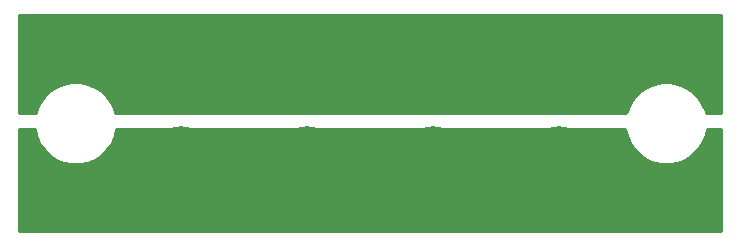
<source format=gbr>
%TF.GenerationSoftware,KiCad,Pcbnew,5.1.9-73d0e3b20d~88~ubuntu20.04.1*%
%TF.CreationDate,2021-01-03T13:42:43+01:00*%
%TF.ProjectId,XT60_panel,58543630-5f70-4616-9e65-6c2e6b696361,rev?*%
%TF.SameCoordinates,Original*%
%TF.FileFunction,Copper,L2,Bot*%
%TF.FilePolarity,Positive*%
%FSLAX46Y46*%
G04 Gerber Fmt 4.6, Leading zero omitted, Abs format (unit mm)*
G04 Created by KiCad (PCBNEW 5.1.9-73d0e3b20d~88~ubuntu20.04.1) date 2021-01-03 13:42:43*
%MOMM*%
%LPD*%
G01*
G04 APERTURE LIST*
%TA.AperFunction,ComponentPad*%
%ADD10C,6.250000*%
%TD*%
%TA.AperFunction,ViaPad*%
%ADD11C,0.800000*%
%TD*%
%TA.AperFunction,Conductor*%
%ADD12C,0.254000*%
%TD*%
%TA.AperFunction,Conductor*%
%ADD13C,0.100000*%
%TD*%
G04 APERTURE END LIST*
%TO.P,J1,1*%
%TO.N,Net-(J1-Pad1)*%
%TA.AperFunction,ComponentPad*%
G36*
G01*
X88678000Y-73200000D02*
X92678000Y-73200000D01*
G75*
G02*
X94178000Y-74700000I0J-1500000D01*
G01*
X94178000Y-77700000D01*
G75*
G02*
X92678000Y-79200000I-1500000J0D01*
G01*
X88678000Y-79200000D01*
G75*
G02*
X87178000Y-77700000I0J1500000D01*
G01*
X87178000Y-74700000D01*
G75*
G02*
X88678000Y-73200000I1500000J0D01*
G01*
G37*
%TD.AperFunction*%
D10*
%TO.P,J1,2*%
%TO.N,Net-(J1-Pad2)*%
X90678000Y-83400000D03*
%TD*%
%TO.P,J2,2*%
%TO.N,Net-(J1-Pad2)*%
X101346000Y-83400000D03*
%TO.P,J2,1*%
%TO.N,Net-(J1-Pad1)*%
%TA.AperFunction,ComponentPad*%
G36*
G01*
X99346000Y-73200000D02*
X103346000Y-73200000D01*
G75*
G02*
X104846000Y-74700000I0J-1500000D01*
G01*
X104846000Y-77700000D01*
G75*
G02*
X103346000Y-79200000I-1500000J0D01*
G01*
X99346000Y-79200000D01*
G75*
G02*
X97846000Y-77700000I0J1500000D01*
G01*
X97846000Y-74700000D01*
G75*
G02*
X99346000Y-73200000I1500000J0D01*
G01*
G37*
%TD.AperFunction*%
%TD*%
%TO.P,J3,1*%
%TO.N,Net-(J1-Pad1)*%
%TA.AperFunction,ComponentPad*%
G36*
G01*
X110014000Y-73200000D02*
X114014000Y-73200000D01*
G75*
G02*
X115514000Y-74700000I0J-1500000D01*
G01*
X115514000Y-77700000D01*
G75*
G02*
X114014000Y-79200000I-1500000J0D01*
G01*
X110014000Y-79200000D01*
G75*
G02*
X108514000Y-77700000I0J1500000D01*
G01*
X108514000Y-74700000D01*
G75*
G02*
X110014000Y-73200000I1500000J0D01*
G01*
G37*
%TD.AperFunction*%
%TO.P,J3,2*%
%TO.N,Net-(J1-Pad2)*%
X112014000Y-83400000D03*
%TD*%
%TO.P,J4,2*%
%TO.N,Net-(J1-Pad2)*%
X122682000Y-83400000D03*
%TO.P,J4,1*%
%TO.N,Net-(J1-Pad1)*%
%TA.AperFunction,ComponentPad*%
G36*
G01*
X120682000Y-73200000D02*
X124682000Y-73200000D01*
G75*
G02*
X126182000Y-74700000I0J-1500000D01*
G01*
X126182000Y-77700000D01*
G75*
G02*
X124682000Y-79200000I-1500000J0D01*
G01*
X120682000Y-79200000D01*
G75*
G02*
X119182000Y-77700000I0J1500000D01*
G01*
X119182000Y-74700000D01*
G75*
G02*
X120682000Y-73200000I1500000J0D01*
G01*
G37*
%TD.AperFunction*%
%TD*%
D11*
%TO.N,Net-(J1-Pad1)*%
X77978000Y-71755000D03*
X79248000Y-71755000D03*
X80518000Y-71755000D03*
X81788000Y-71755000D03*
X83058000Y-71755000D03*
X84328000Y-71755000D03*
X85598000Y-71755000D03*
X86868000Y-71755000D03*
X88138000Y-71755000D03*
X89408000Y-71755000D03*
X90678000Y-71755000D03*
X91948000Y-71755000D03*
X93218000Y-71755000D03*
X94488000Y-71755000D03*
X95758000Y-71755000D03*
X97028000Y-71755000D03*
X98298000Y-71755000D03*
X99568000Y-71755000D03*
X100838000Y-71755000D03*
X102108000Y-71755000D03*
X103378000Y-71755000D03*
X104648000Y-71755000D03*
X105918000Y-71755000D03*
X107188000Y-71755000D03*
X108458000Y-71755000D03*
X109728000Y-71755000D03*
X110998000Y-71755000D03*
X112268000Y-71755000D03*
X113538000Y-71755000D03*
X114808000Y-71755000D03*
X116078000Y-71755000D03*
X117348000Y-71755000D03*
X118618000Y-71755000D03*
X119888000Y-71755000D03*
X121158000Y-71755000D03*
X122428000Y-71755000D03*
X123698000Y-71755000D03*
X124968000Y-71755000D03*
X126238000Y-71755000D03*
X127508000Y-71755000D03*
X128778000Y-71755000D03*
X130048000Y-71755000D03*
X131318000Y-71755000D03*
X132588000Y-71755000D03*
X133858000Y-71755000D03*
X135128000Y-71755000D03*
%TO.N,Net-(J1-Pad2)*%
X98298000Y-88011000D03*
X85598000Y-88011000D03*
X118618000Y-88011000D03*
X112268000Y-88011000D03*
X86868000Y-88011000D03*
X127508000Y-88011000D03*
X131318000Y-88011000D03*
X100838000Y-88011000D03*
X89408000Y-88011000D03*
X93218000Y-88011000D03*
X128778000Y-88011000D03*
X102108000Y-88011000D03*
X132588000Y-88011000D03*
X109728000Y-88011000D03*
X97028000Y-88011000D03*
X108458000Y-88011000D03*
X104648000Y-88011000D03*
X126238000Y-88011000D03*
X88138000Y-88011000D03*
X81788000Y-88011000D03*
X103378000Y-88011000D03*
X114808000Y-88011000D03*
X94488000Y-88011000D03*
X105918000Y-88011000D03*
X124968000Y-88011000D03*
X117348000Y-88011000D03*
X80518000Y-88011000D03*
X116078000Y-88011000D03*
X113538000Y-88011000D03*
X123698000Y-88011000D03*
X90678000Y-88011000D03*
X91948000Y-88011000D03*
X133858000Y-88011000D03*
X99568000Y-88011000D03*
X95758000Y-88011000D03*
X119888000Y-88011000D03*
X122428000Y-88011000D03*
X77978000Y-88011000D03*
X107188000Y-88011000D03*
X83058000Y-88011000D03*
X79248000Y-88011000D03*
X130048000Y-88011000D03*
X135128000Y-88011000D03*
X121158000Y-88011000D03*
X84328000Y-88011000D03*
X110998000Y-88011000D03*
%TO.N,Net-(J1-Pad1)*%
X77978000Y-73660000D03*
X79248000Y-73660000D03*
X80518000Y-73660000D03*
X81788000Y-73660000D03*
X83058000Y-73660000D03*
X84328000Y-73660000D03*
X135128000Y-73660000D03*
X133858000Y-73660000D03*
X132588000Y-73660000D03*
X131318000Y-73660000D03*
X130048000Y-73660000D03*
X128778000Y-73660000D03*
X96012000Y-78105000D03*
X96012000Y-76835000D03*
X96012000Y-75565000D03*
X96012000Y-74295000D03*
X106680000Y-78105000D03*
X106680000Y-76835000D03*
X106680000Y-75565000D03*
X106680000Y-74295000D03*
X117348000Y-78105000D03*
X117348000Y-76835000D03*
X117348000Y-75565000D03*
X117348000Y-74295000D03*
X77978000Y-75438000D03*
X79248000Y-75438000D03*
X80518000Y-75438000D03*
X81788000Y-75438000D03*
X83058000Y-75438000D03*
X84328000Y-75438000D03*
X128778000Y-75438000D03*
X130048000Y-75438000D03*
X131318000Y-75438000D03*
X132588000Y-75438000D03*
X133858000Y-75438000D03*
X135128000Y-75438000D03*
%TO.N,Net-(J1-Pad2)*%
X77978000Y-86360000D03*
X79248000Y-86360000D03*
X80518000Y-86360000D03*
X81788000Y-86360000D03*
X83058000Y-86360000D03*
X84328000Y-86360000D03*
X135128000Y-86360000D03*
X133858000Y-86360000D03*
X132588000Y-86360000D03*
X131318000Y-86360000D03*
X130048000Y-86360000D03*
X128778000Y-86360000D03*
X96012000Y-81788000D03*
X96012000Y-83058000D03*
X96012000Y-84328000D03*
X96012000Y-85598000D03*
X106680000Y-81788000D03*
X106680000Y-83058000D03*
X106680000Y-84328000D03*
X106680000Y-85598000D03*
X117348000Y-81788000D03*
X117348000Y-83058000D03*
X117348000Y-84328000D03*
X117348000Y-85598000D03*
X77978000Y-84582000D03*
X79248000Y-84582000D03*
X80518000Y-84582000D03*
X81788000Y-84582000D03*
X83058000Y-84582000D03*
X84328000Y-84582000D03*
X128778000Y-84582000D03*
X130048000Y-84582000D03*
X131318000Y-84582000D03*
X132588000Y-84582000D03*
X133858000Y-84582000D03*
X135128000Y-84582000D03*
%TD*%
D12*
%TO.N,Net-(J1-Pad1)*%
X136373001Y-79121000D02*
X135126286Y-79121000D01*
X135101381Y-78995796D01*
X134839278Y-78363023D01*
X134458762Y-77793542D01*
X133974458Y-77309238D01*
X133404977Y-76928722D01*
X132772204Y-76666619D01*
X132100455Y-76533000D01*
X131415545Y-76533000D01*
X130743796Y-76666619D01*
X130111023Y-76928722D01*
X129541542Y-77309238D01*
X129057238Y-77793542D01*
X128676722Y-78363023D01*
X128414619Y-78995796D01*
X128389714Y-79121000D01*
X85126286Y-79121000D01*
X85101381Y-78995796D01*
X84839278Y-78363023D01*
X84458762Y-77793542D01*
X83974458Y-77309238D01*
X83404977Y-76928722D01*
X82772204Y-76666619D01*
X82100455Y-76533000D01*
X81415545Y-76533000D01*
X80743796Y-76666619D01*
X80111023Y-76928722D01*
X79541542Y-77309238D01*
X79057238Y-77793542D01*
X78676722Y-78363023D01*
X78414619Y-78995796D01*
X78389714Y-79121000D01*
X76987000Y-79121000D01*
X76987000Y-70891000D01*
X136373001Y-70891000D01*
X136373001Y-79121000D01*
%TA.AperFunction,Conductor*%
D13*
G36*
X136373001Y-79121000D02*
G01*
X135126286Y-79121000D01*
X135101381Y-78995796D01*
X134839278Y-78363023D01*
X134458762Y-77793542D01*
X133974458Y-77309238D01*
X133404977Y-76928722D01*
X132772204Y-76666619D01*
X132100455Y-76533000D01*
X131415545Y-76533000D01*
X130743796Y-76666619D01*
X130111023Y-76928722D01*
X129541542Y-77309238D01*
X129057238Y-77793542D01*
X128676722Y-78363023D01*
X128414619Y-78995796D01*
X128389714Y-79121000D01*
X85126286Y-79121000D01*
X85101381Y-78995796D01*
X84839278Y-78363023D01*
X84458762Y-77793542D01*
X83974458Y-77309238D01*
X83404977Y-76928722D01*
X82772204Y-76666619D01*
X82100455Y-76533000D01*
X81415545Y-76533000D01*
X80743796Y-76666619D01*
X80111023Y-76928722D01*
X79541542Y-77309238D01*
X79057238Y-77793542D01*
X78676722Y-78363023D01*
X78414619Y-78995796D01*
X78389714Y-79121000D01*
X76987000Y-79121000D01*
X76987000Y-70891000D01*
X136373001Y-70891000D01*
X136373001Y-79121000D01*
G37*
%TD.AperFunction*%
%TD*%
D12*
%TO.N,Net-(J1-Pad2)*%
X78414619Y-81024204D02*
X78676722Y-81656977D01*
X79057238Y-82226458D01*
X79541542Y-82710762D01*
X80111023Y-83091278D01*
X80743796Y-83353381D01*
X81415545Y-83487000D01*
X82100455Y-83487000D01*
X82772204Y-83353381D01*
X83404977Y-83091278D01*
X83974458Y-82710762D01*
X84458762Y-82226458D01*
X84839278Y-81656977D01*
X85101381Y-81024204D01*
X85202071Y-80518000D01*
X128313929Y-80518000D01*
X128414619Y-81024204D01*
X128676722Y-81656977D01*
X129057238Y-82226458D01*
X129541542Y-82710762D01*
X130111023Y-83091278D01*
X130743796Y-83353381D01*
X131415545Y-83487000D01*
X132100455Y-83487000D01*
X132772204Y-83353381D01*
X133404977Y-83091278D01*
X133974458Y-82710762D01*
X134458762Y-82226458D01*
X134839278Y-81656977D01*
X135101381Y-81024204D01*
X135202071Y-80518000D01*
X136373000Y-80518000D01*
X136373000Y-89129000D01*
X76987000Y-89129000D01*
X76987000Y-80518000D01*
X78313929Y-80518000D01*
X78414619Y-81024204D01*
%TA.AperFunction,Conductor*%
D13*
G36*
X78414619Y-81024204D02*
G01*
X78676722Y-81656977D01*
X79057238Y-82226458D01*
X79541542Y-82710762D01*
X80111023Y-83091278D01*
X80743796Y-83353381D01*
X81415545Y-83487000D01*
X82100455Y-83487000D01*
X82772204Y-83353381D01*
X83404977Y-83091278D01*
X83974458Y-82710762D01*
X84458762Y-82226458D01*
X84839278Y-81656977D01*
X85101381Y-81024204D01*
X85202071Y-80518000D01*
X128313929Y-80518000D01*
X128414619Y-81024204D01*
X128676722Y-81656977D01*
X129057238Y-82226458D01*
X129541542Y-82710762D01*
X130111023Y-83091278D01*
X130743796Y-83353381D01*
X131415545Y-83487000D01*
X132100455Y-83487000D01*
X132772204Y-83353381D01*
X133404977Y-83091278D01*
X133974458Y-82710762D01*
X134458762Y-82226458D01*
X134839278Y-81656977D01*
X135101381Y-81024204D01*
X135202071Y-80518000D01*
X136373000Y-80518000D01*
X136373000Y-89129000D01*
X76987000Y-89129000D01*
X76987000Y-80518000D01*
X78313929Y-80518000D01*
X78414619Y-81024204D01*
G37*
%TD.AperFunction*%
%TD*%
M02*

</source>
